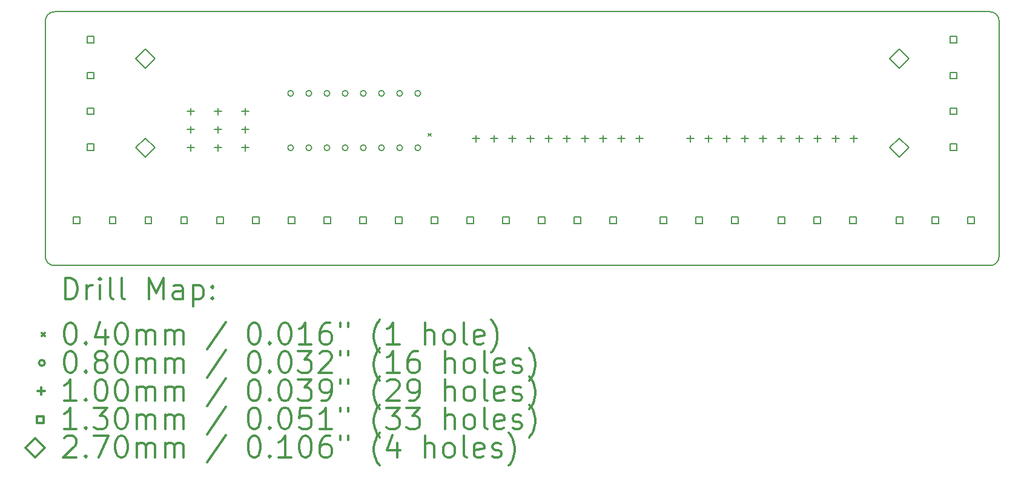
<source format=gbr>
%FSLAX45Y45*%
G04 Gerber Fmt 4.5, Leading zero omitted, Abs format (unit mm)*
G04 Created by KiCad (PCBNEW (5.0.1)-3) date 12/04/2019 12:40:24*
%MOMM*%
%LPD*%
G01*
G04 APERTURE LIST*
%ADD10C,0.150000*%
%ADD11C,0.200000*%
%ADD12C,0.300000*%
G04 APERTURE END LIST*
D10*
X8001000Y-14986000D02*
G75*
G02X7874000Y-14859000I0J127000D01*
G01*
X7874000Y-11557000D02*
G75*
G02X8001000Y-11430000I127000J0D01*
G01*
X21209000Y-14859000D02*
G75*
G02X21082000Y-14986000I-127000J0D01*
G01*
X21082000Y-11430000D02*
G75*
G02X21209000Y-11557000I0J-127000D01*
G01*
X7874000Y-11557000D02*
X7874000Y-14859000D01*
X21082000Y-11430000D02*
X8001000Y-11430000D01*
X21209000Y-14859000D02*
X21209000Y-11557000D01*
X8001000Y-14986000D02*
X21082000Y-14986000D01*
D11*
X13228120Y-13133140D02*
X13268120Y-13173140D01*
X13268120Y-13133140D02*
X13228120Y-13173140D01*
X11343005Y-12573000D02*
G75*
G03X11343005Y-12573000I-40005J0D01*
G01*
X11343005Y-13335000D02*
G75*
G03X11343005Y-13335000I-40005J0D01*
G01*
X11597005Y-12573000D02*
G75*
G03X11597005Y-12573000I-40005J0D01*
G01*
X11597005Y-13335000D02*
G75*
G03X11597005Y-13335000I-40005J0D01*
G01*
X11851005Y-12573000D02*
G75*
G03X11851005Y-12573000I-40005J0D01*
G01*
X11851005Y-13335000D02*
G75*
G03X11851005Y-13335000I-40005J0D01*
G01*
X12105005Y-12573000D02*
G75*
G03X12105005Y-12573000I-40005J0D01*
G01*
X12105005Y-13335000D02*
G75*
G03X12105005Y-13335000I-40005J0D01*
G01*
X12359005Y-12573000D02*
G75*
G03X12359005Y-12573000I-40005J0D01*
G01*
X12359005Y-13335000D02*
G75*
G03X12359005Y-13335000I-40005J0D01*
G01*
X12613005Y-12573000D02*
G75*
G03X12613005Y-12573000I-40005J0D01*
G01*
X12613005Y-13335000D02*
G75*
G03X12613005Y-13335000I-40005J0D01*
G01*
X12867005Y-12573000D02*
G75*
G03X12867005Y-12573000I-40005J0D01*
G01*
X12867005Y-13335000D02*
G75*
G03X12867005Y-13335000I-40005J0D01*
G01*
X13121005Y-12573000D02*
G75*
G03X13121005Y-12573000I-40005J0D01*
G01*
X13121005Y-13335000D02*
G75*
G03X13121005Y-13335000I-40005J0D01*
G01*
X16891000Y-13157962D02*
X16891000Y-13258038D01*
X16840962Y-13208000D02*
X16941038Y-13208000D01*
X17145000Y-13157962D02*
X17145000Y-13258038D01*
X17094962Y-13208000D02*
X17195038Y-13208000D01*
X17399000Y-13157962D02*
X17399000Y-13258038D01*
X17348962Y-13208000D02*
X17449038Y-13208000D01*
X17653000Y-13157962D02*
X17653000Y-13258038D01*
X17602962Y-13208000D02*
X17703038Y-13208000D01*
X17907000Y-13157962D02*
X17907000Y-13258038D01*
X17856962Y-13208000D02*
X17957038Y-13208000D01*
X18161000Y-13157962D02*
X18161000Y-13258038D01*
X18110962Y-13208000D02*
X18211038Y-13208000D01*
X18415000Y-13157962D02*
X18415000Y-13258038D01*
X18364962Y-13208000D02*
X18465038Y-13208000D01*
X18669000Y-13157962D02*
X18669000Y-13258038D01*
X18618962Y-13208000D02*
X18719038Y-13208000D01*
X18923000Y-13157962D02*
X18923000Y-13258038D01*
X18872962Y-13208000D02*
X18973038Y-13208000D01*
X19177000Y-13157962D02*
X19177000Y-13258038D01*
X19126962Y-13208000D02*
X19227038Y-13208000D01*
X13893800Y-13157962D02*
X13893800Y-13258038D01*
X13843762Y-13208000D02*
X13943838Y-13208000D01*
X14147800Y-13157962D02*
X14147800Y-13258038D01*
X14097762Y-13208000D02*
X14197838Y-13208000D01*
X14401800Y-13157962D02*
X14401800Y-13258038D01*
X14351762Y-13208000D02*
X14451838Y-13208000D01*
X14655800Y-13157962D02*
X14655800Y-13258038D01*
X14605762Y-13208000D02*
X14705838Y-13208000D01*
X14909800Y-13157962D02*
X14909800Y-13258038D01*
X14859762Y-13208000D02*
X14959838Y-13208000D01*
X15163800Y-13157962D02*
X15163800Y-13258038D01*
X15113762Y-13208000D02*
X15213838Y-13208000D01*
X15417800Y-13157962D02*
X15417800Y-13258038D01*
X15367762Y-13208000D02*
X15467838Y-13208000D01*
X15671800Y-13157962D02*
X15671800Y-13258038D01*
X15621762Y-13208000D02*
X15721838Y-13208000D01*
X15925800Y-13157962D02*
X15925800Y-13258038D01*
X15875762Y-13208000D02*
X15975838Y-13208000D01*
X16179800Y-13157962D02*
X16179800Y-13258038D01*
X16129762Y-13208000D02*
X16229838Y-13208000D01*
X9906000Y-12776962D02*
X9906000Y-12877038D01*
X9855962Y-12827000D02*
X9956038Y-12827000D01*
X9906000Y-13030962D02*
X9906000Y-13131038D01*
X9855962Y-13081000D02*
X9956038Y-13081000D01*
X9906000Y-13284962D02*
X9906000Y-13385038D01*
X9855962Y-13335000D02*
X9956038Y-13335000D01*
X10668000Y-12776962D02*
X10668000Y-12877038D01*
X10617962Y-12827000D02*
X10718038Y-12827000D01*
X10668000Y-13030962D02*
X10668000Y-13131038D01*
X10617962Y-13081000D02*
X10718038Y-13081000D01*
X10668000Y-13284962D02*
X10668000Y-13385038D01*
X10617962Y-13335000D02*
X10718038Y-13335000D01*
X10287000Y-12776962D02*
X10287000Y-12877038D01*
X10236962Y-12827000D02*
X10337038Y-12827000D01*
X10287000Y-13030962D02*
X10287000Y-13131038D01*
X10236962Y-13081000D02*
X10337038Y-13081000D01*
X10287000Y-13284962D02*
X10287000Y-13385038D01*
X10236962Y-13335000D02*
X10337038Y-13335000D01*
X8554962Y-11868962D02*
X8554962Y-11777038D01*
X8463038Y-11777038D01*
X8463038Y-11868962D01*
X8554962Y-11868962D01*
X8554962Y-12368962D02*
X8554962Y-12277038D01*
X8463038Y-12277038D01*
X8463038Y-12368962D01*
X8554962Y-12368962D01*
X8554962Y-12868962D02*
X8554962Y-12777038D01*
X8463038Y-12777038D01*
X8463038Y-12868962D01*
X8554962Y-12868962D01*
X8554962Y-13368962D02*
X8554962Y-13277038D01*
X8463038Y-13277038D01*
X8463038Y-13368962D01*
X8554962Y-13368962D01*
X18214962Y-14396962D02*
X18214962Y-14305038D01*
X18123038Y-14305038D01*
X18123038Y-14396962D01*
X18214962Y-14396962D01*
X18714962Y-14396962D02*
X18714962Y-14305038D01*
X18623038Y-14305038D01*
X18623038Y-14396962D01*
X18714962Y-14396962D01*
X19214962Y-14396962D02*
X19214962Y-14305038D01*
X19123038Y-14305038D01*
X19123038Y-14396962D01*
X19214962Y-14396962D01*
X8360962Y-14396962D02*
X8360962Y-14305038D01*
X8269038Y-14305038D01*
X8269038Y-14396962D01*
X8360962Y-14396962D01*
X8860962Y-14396962D02*
X8860962Y-14305038D01*
X8769038Y-14305038D01*
X8769038Y-14396962D01*
X8860962Y-14396962D01*
X9360962Y-14396962D02*
X9360962Y-14305038D01*
X9269038Y-14305038D01*
X9269038Y-14396962D01*
X9360962Y-14396962D01*
X9860962Y-14396962D02*
X9860962Y-14305038D01*
X9769038Y-14305038D01*
X9769038Y-14396962D01*
X9860962Y-14396962D01*
X10360962Y-14396962D02*
X10360962Y-14305038D01*
X10269038Y-14305038D01*
X10269038Y-14396962D01*
X10360962Y-14396962D01*
X10860962Y-14396962D02*
X10860962Y-14305038D01*
X10769038Y-14305038D01*
X10769038Y-14396962D01*
X10860962Y-14396962D01*
X11360962Y-14396962D02*
X11360962Y-14305038D01*
X11269038Y-14305038D01*
X11269038Y-14396962D01*
X11360962Y-14396962D01*
X11860962Y-14396962D02*
X11860962Y-14305038D01*
X11769038Y-14305038D01*
X11769038Y-14396962D01*
X11860962Y-14396962D01*
X12360962Y-14396962D02*
X12360962Y-14305038D01*
X12269038Y-14305038D01*
X12269038Y-14396962D01*
X12360962Y-14396962D01*
X12860962Y-14396962D02*
X12860962Y-14305038D01*
X12769038Y-14305038D01*
X12769038Y-14396962D01*
X12860962Y-14396962D01*
X13360962Y-14396962D02*
X13360962Y-14305038D01*
X13269038Y-14305038D01*
X13269038Y-14396962D01*
X13360962Y-14396962D01*
X13860962Y-14396962D02*
X13860962Y-14305038D01*
X13769038Y-14305038D01*
X13769038Y-14396962D01*
X13860962Y-14396962D01*
X14360962Y-14396962D02*
X14360962Y-14305038D01*
X14269038Y-14305038D01*
X14269038Y-14396962D01*
X14360962Y-14396962D01*
X14860962Y-14396962D02*
X14860962Y-14305038D01*
X14769038Y-14305038D01*
X14769038Y-14396962D01*
X14860962Y-14396962D01*
X15360962Y-14396962D02*
X15360962Y-14305038D01*
X15269038Y-14305038D01*
X15269038Y-14396962D01*
X15360962Y-14396962D01*
X15860962Y-14396962D02*
X15860962Y-14305038D01*
X15769038Y-14305038D01*
X15769038Y-14396962D01*
X15860962Y-14396962D01*
X20619962Y-11868962D02*
X20619962Y-11777038D01*
X20528038Y-11777038D01*
X20528038Y-11868962D01*
X20619962Y-11868962D01*
X20619962Y-12368962D02*
X20619962Y-12277038D01*
X20528038Y-12277038D01*
X20528038Y-12368962D01*
X20619962Y-12368962D01*
X20619962Y-12868962D02*
X20619962Y-12777038D01*
X20528038Y-12777038D01*
X20528038Y-12868962D01*
X20619962Y-12868962D01*
X20619962Y-13368962D02*
X20619962Y-13277038D01*
X20528038Y-13277038D01*
X20528038Y-13368962D01*
X20619962Y-13368962D01*
X19865962Y-14396962D02*
X19865962Y-14305038D01*
X19774038Y-14305038D01*
X19774038Y-14396962D01*
X19865962Y-14396962D01*
X20365962Y-14396962D02*
X20365962Y-14305038D01*
X20274038Y-14305038D01*
X20274038Y-14396962D01*
X20365962Y-14396962D01*
X20865962Y-14396962D02*
X20865962Y-14305038D01*
X20774038Y-14305038D01*
X20774038Y-14396962D01*
X20865962Y-14396962D01*
X16563962Y-14396962D02*
X16563962Y-14305038D01*
X16472038Y-14305038D01*
X16472038Y-14396962D01*
X16563962Y-14396962D01*
X17063962Y-14396962D02*
X17063962Y-14305038D01*
X16972038Y-14305038D01*
X16972038Y-14396962D01*
X17063962Y-14396962D01*
X17563962Y-14396962D02*
X17563962Y-14305038D01*
X17472038Y-14305038D01*
X17472038Y-14396962D01*
X17563962Y-14396962D01*
X19812000Y-12219050D02*
X19947000Y-12084050D01*
X19812000Y-11949050D01*
X19677000Y-12084050D01*
X19812000Y-12219050D01*
X19812000Y-13470000D02*
X19947000Y-13335000D01*
X19812000Y-13200000D01*
X19677000Y-13335000D01*
X19812000Y-13470000D01*
X9271000Y-12219050D02*
X9406000Y-12084050D01*
X9271000Y-11949050D01*
X9136000Y-12084050D01*
X9271000Y-12219050D01*
X9271000Y-13470000D02*
X9406000Y-13335000D01*
X9271000Y-13200000D01*
X9136000Y-13335000D01*
X9271000Y-13470000D01*
D12*
X8152928Y-15459214D02*
X8152928Y-15159214D01*
X8224357Y-15159214D01*
X8267214Y-15173500D01*
X8295786Y-15202071D01*
X8310071Y-15230643D01*
X8324357Y-15287786D01*
X8324357Y-15330643D01*
X8310071Y-15387786D01*
X8295786Y-15416357D01*
X8267214Y-15444929D01*
X8224357Y-15459214D01*
X8152928Y-15459214D01*
X8452928Y-15459214D02*
X8452928Y-15259214D01*
X8452928Y-15316357D02*
X8467214Y-15287786D01*
X8481500Y-15273500D01*
X8510071Y-15259214D01*
X8538643Y-15259214D01*
X8638643Y-15459214D02*
X8638643Y-15259214D01*
X8638643Y-15159214D02*
X8624357Y-15173500D01*
X8638643Y-15187786D01*
X8652928Y-15173500D01*
X8638643Y-15159214D01*
X8638643Y-15187786D01*
X8824357Y-15459214D02*
X8795786Y-15444929D01*
X8781500Y-15416357D01*
X8781500Y-15159214D01*
X8981500Y-15459214D02*
X8952928Y-15444929D01*
X8938643Y-15416357D01*
X8938643Y-15159214D01*
X9324357Y-15459214D02*
X9324357Y-15159214D01*
X9424357Y-15373500D01*
X9524357Y-15159214D01*
X9524357Y-15459214D01*
X9795786Y-15459214D02*
X9795786Y-15302071D01*
X9781500Y-15273500D01*
X9752928Y-15259214D01*
X9695786Y-15259214D01*
X9667214Y-15273500D01*
X9795786Y-15444929D02*
X9767214Y-15459214D01*
X9695786Y-15459214D01*
X9667214Y-15444929D01*
X9652928Y-15416357D01*
X9652928Y-15387786D01*
X9667214Y-15359214D01*
X9695786Y-15344929D01*
X9767214Y-15344929D01*
X9795786Y-15330643D01*
X9938643Y-15259214D02*
X9938643Y-15559214D01*
X9938643Y-15273500D02*
X9967214Y-15259214D01*
X10024357Y-15259214D01*
X10052928Y-15273500D01*
X10067214Y-15287786D01*
X10081500Y-15316357D01*
X10081500Y-15402071D01*
X10067214Y-15430643D01*
X10052928Y-15444929D01*
X10024357Y-15459214D01*
X9967214Y-15459214D01*
X9938643Y-15444929D01*
X10210071Y-15430643D02*
X10224357Y-15444929D01*
X10210071Y-15459214D01*
X10195786Y-15444929D01*
X10210071Y-15430643D01*
X10210071Y-15459214D01*
X10210071Y-15273500D02*
X10224357Y-15287786D01*
X10210071Y-15302071D01*
X10195786Y-15287786D01*
X10210071Y-15273500D01*
X10210071Y-15302071D01*
X7826500Y-15933500D02*
X7866500Y-15973500D01*
X7866500Y-15933500D02*
X7826500Y-15973500D01*
X8210071Y-15789214D02*
X8238643Y-15789214D01*
X8267214Y-15803500D01*
X8281500Y-15817786D01*
X8295786Y-15846357D01*
X8310071Y-15903500D01*
X8310071Y-15974929D01*
X8295786Y-16032071D01*
X8281500Y-16060643D01*
X8267214Y-16074929D01*
X8238643Y-16089214D01*
X8210071Y-16089214D01*
X8181500Y-16074929D01*
X8167214Y-16060643D01*
X8152928Y-16032071D01*
X8138643Y-15974929D01*
X8138643Y-15903500D01*
X8152928Y-15846357D01*
X8167214Y-15817786D01*
X8181500Y-15803500D01*
X8210071Y-15789214D01*
X8438643Y-16060643D02*
X8452928Y-16074929D01*
X8438643Y-16089214D01*
X8424357Y-16074929D01*
X8438643Y-16060643D01*
X8438643Y-16089214D01*
X8710071Y-15889214D02*
X8710071Y-16089214D01*
X8638643Y-15774929D02*
X8567214Y-15989214D01*
X8752928Y-15989214D01*
X8924357Y-15789214D02*
X8952928Y-15789214D01*
X8981500Y-15803500D01*
X8995786Y-15817786D01*
X9010071Y-15846357D01*
X9024357Y-15903500D01*
X9024357Y-15974929D01*
X9010071Y-16032071D01*
X8995786Y-16060643D01*
X8981500Y-16074929D01*
X8952928Y-16089214D01*
X8924357Y-16089214D01*
X8895786Y-16074929D01*
X8881500Y-16060643D01*
X8867214Y-16032071D01*
X8852928Y-15974929D01*
X8852928Y-15903500D01*
X8867214Y-15846357D01*
X8881500Y-15817786D01*
X8895786Y-15803500D01*
X8924357Y-15789214D01*
X9152928Y-16089214D02*
X9152928Y-15889214D01*
X9152928Y-15917786D02*
X9167214Y-15903500D01*
X9195786Y-15889214D01*
X9238643Y-15889214D01*
X9267214Y-15903500D01*
X9281500Y-15932071D01*
X9281500Y-16089214D01*
X9281500Y-15932071D02*
X9295786Y-15903500D01*
X9324357Y-15889214D01*
X9367214Y-15889214D01*
X9395786Y-15903500D01*
X9410071Y-15932071D01*
X9410071Y-16089214D01*
X9552928Y-16089214D02*
X9552928Y-15889214D01*
X9552928Y-15917786D02*
X9567214Y-15903500D01*
X9595786Y-15889214D01*
X9638643Y-15889214D01*
X9667214Y-15903500D01*
X9681500Y-15932071D01*
X9681500Y-16089214D01*
X9681500Y-15932071D02*
X9695786Y-15903500D01*
X9724357Y-15889214D01*
X9767214Y-15889214D01*
X9795786Y-15903500D01*
X9810071Y-15932071D01*
X9810071Y-16089214D01*
X10395786Y-15774929D02*
X10138643Y-16160643D01*
X10781500Y-15789214D02*
X10810071Y-15789214D01*
X10838643Y-15803500D01*
X10852928Y-15817786D01*
X10867214Y-15846357D01*
X10881500Y-15903500D01*
X10881500Y-15974929D01*
X10867214Y-16032071D01*
X10852928Y-16060643D01*
X10838643Y-16074929D01*
X10810071Y-16089214D01*
X10781500Y-16089214D01*
X10752928Y-16074929D01*
X10738643Y-16060643D01*
X10724357Y-16032071D01*
X10710071Y-15974929D01*
X10710071Y-15903500D01*
X10724357Y-15846357D01*
X10738643Y-15817786D01*
X10752928Y-15803500D01*
X10781500Y-15789214D01*
X11010071Y-16060643D02*
X11024357Y-16074929D01*
X11010071Y-16089214D01*
X10995786Y-16074929D01*
X11010071Y-16060643D01*
X11010071Y-16089214D01*
X11210071Y-15789214D02*
X11238643Y-15789214D01*
X11267214Y-15803500D01*
X11281500Y-15817786D01*
X11295786Y-15846357D01*
X11310071Y-15903500D01*
X11310071Y-15974929D01*
X11295786Y-16032071D01*
X11281500Y-16060643D01*
X11267214Y-16074929D01*
X11238643Y-16089214D01*
X11210071Y-16089214D01*
X11181500Y-16074929D01*
X11167214Y-16060643D01*
X11152928Y-16032071D01*
X11138643Y-15974929D01*
X11138643Y-15903500D01*
X11152928Y-15846357D01*
X11167214Y-15817786D01*
X11181500Y-15803500D01*
X11210071Y-15789214D01*
X11595786Y-16089214D02*
X11424357Y-16089214D01*
X11510071Y-16089214D02*
X11510071Y-15789214D01*
X11481500Y-15832071D01*
X11452928Y-15860643D01*
X11424357Y-15874929D01*
X11852928Y-15789214D02*
X11795786Y-15789214D01*
X11767214Y-15803500D01*
X11752928Y-15817786D01*
X11724357Y-15860643D01*
X11710071Y-15917786D01*
X11710071Y-16032071D01*
X11724357Y-16060643D01*
X11738643Y-16074929D01*
X11767214Y-16089214D01*
X11824357Y-16089214D01*
X11852928Y-16074929D01*
X11867214Y-16060643D01*
X11881500Y-16032071D01*
X11881500Y-15960643D01*
X11867214Y-15932071D01*
X11852928Y-15917786D01*
X11824357Y-15903500D01*
X11767214Y-15903500D01*
X11738643Y-15917786D01*
X11724357Y-15932071D01*
X11710071Y-15960643D01*
X11995786Y-15789214D02*
X11995786Y-15846357D01*
X12110071Y-15789214D02*
X12110071Y-15846357D01*
X12552928Y-16203500D02*
X12538643Y-16189214D01*
X12510071Y-16146357D01*
X12495786Y-16117786D01*
X12481500Y-16074929D01*
X12467214Y-16003500D01*
X12467214Y-15946357D01*
X12481500Y-15874929D01*
X12495786Y-15832071D01*
X12510071Y-15803500D01*
X12538643Y-15760643D01*
X12552928Y-15746357D01*
X12824357Y-16089214D02*
X12652928Y-16089214D01*
X12738643Y-16089214D02*
X12738643Y-15789214D01*
X12710071Y-15832071D01*
X12681500Y-15860643D01*
X12652928Y-15874929D01*
X13181500Y-16089214D02*
X13181500Y-15789214D01*
X13310071Y-16089214D02*
X13310071Y-15932071D01*
X13295786Y-15903500D01*
X13267214Y-15889214D01*
X13224357Y-15889214D01*
X13195786Y-15903500D01*
X13181500Y-15917786D01*
X13495786Y-16089214D02*
X13467214Y-16074929D01*
X13452928Y-16060643D01*
X13438643Y-16032071D01*
X13438643Y-15946357D01*
X13452928Y-15917786D01*
X13467214Y-15903500D01*
X13495786Y-15889214D01*
X13538643Y-15889214D01*
X13567214Y-15903500D01*
X13581500Y-15917786D01*
X13595786Y-15946357D01*
X13595786Y-16032071D01*
X13581500Y-16060643D01*
X13567214Y-16074929D01*
X13538643Y-16089214D01*
X13495786Y-16089214D01*
X13767214Y-16089214D02*
X13738643Y-16074929D01*
X13724357Y-16046357D01*
X13724357Y-15789214D01*
X13995786Y-16074929D02*
X13967214Y-16089214D01*
X13910071Y-16089214D01*
X13881500Y-16074929D01*
X13867214Y-16046357D01*
X13867214Y-15932071D01*
X13881500Y-15903500D01*
X13910071Y-15889214D01*
X13967214Y-15889214D01*
X13995786Y-15903500D01*
X14010071Y-15932071D01*
X14010071Y-15960643D01*
X13867214Y-15989214D01*
X14110071Y-16203500D02*
X14124357Y-16189214D01*
X14152928Y-16146357D01*
X14167214Y-16117786D01*
X14181500Y-16074929D01*
X14195786Y-16003500D01*
X14195786Y-15946357D01*
X14181500Y-15874929D01*
X14167214Y-15832071D01*
X14152928Y-15803500D01*
X14124357Y-15760643D01*
X14110071Y-15746357D01*
X7866500Y-16349500D02*
G75*
G03X7866500Y-16349500I-40005J0D01*
G01*
X8210071Y-16185214D02*
X8238643Y-16185214D01*
X8267214Y-16199500D01*
X8281500Y-16213786D01*
X8295786Y-16242357D01*
X8310071Y-16299500D01*
X8310071Y-16370929D01*
X8295786Y-16428071D01*
X8281500Y-16456643D01*
X8267214Y-16470929D01*
X8238643Y-16485214D01*
X8210071Y-16485214D01*
X8181500Y-16470929D01*
X8167214Y-16456643D01*
X8152928Y-16428071D01*
X8138643Y-16370929D01*
X8138643Y-16299500D01*
X8152928Y-16242357D01*
X8167214Y-16213786D01*
X8181500Y-16199500D01*
X8210071Y-16185214D01*
X8438643Y-16456643D02*
X8452928Y-16470929D01*
X8438643Y-16485214D01*
X8424357Y-16470929D01*
X8438643Y-16456643D01*
X8438643Y-16485214D01*
X8624357Y-16313786D02*
X8595786Y-16299500D01*
X8581500Y-16285214D01*
X8567214Y-16256643D01*
X8567214Y-16242357D01*
X8581500Y-16213786D01*
X8595786Y-16199500D01*
X8624357Y-16185214D01*
X8681500Y-16185214D01*
X8710071Y-16199500D01*
X8724357Y-16213786D01*
X8738643Y-16242357D01*
X8738643Y-16256643D01*
X8724357Y-16285214D01*
X8710071Y-16299500D01*
X8681500Y-16313786D01*
X8624357Y-16313786D01*
X8595786Y-16328071D01*
X8581500Y-16342357D01*
X8567214Y-16370929D01*
X8567214Y-16428071D01*
X8581500Y-16456643D01*
X8595786Y-16470929D01*
X8624357Y-16485214D01*
X8681500Y-16485214D01*
X8710071Y-16470929D01*
X8724357Y-16456643D01*
X8738643Y-16428071D01*
X8738643Y-16370929D01*
X8724357Y-16342357D01*
X8710071Y-16328071D01*
X8681500Y-16313786D01*
X8924357Y-16185214D02*
X8952928Y-16185214D01*
X8981500Y-16199500D01*
X8995786Y-16213786D01*
X9010071Y-16242357D01*
X9024357Y-16299500D01*
X9024357Y-16370929D01*
X9010071Y-16428071D01*
X8995786Y-16456643D01*
X8981500Y-16470929D01*
X8952928Y-16485214D01*
X8924357Y-16485214D01*
X8895786Y-16470929D01*
X8881500Y-16456643D01*
X8867214Y-16428071D01*
X8852928Y-16370929D01*
X8852928Y-16299500D01*
X8867214Y-16242357D01*
X8881500Y-16213786D01*
X8895786Y-16199500D01*
X8924357Y-16185214D01*
X9152928Y-16485214D02*
X9152928Y-16285214D01*
X9152928Y-16313786D02*
X9167214Y-16299500D01*
X9195786Y-16285214D01*
X9238643Y-16285214D01*
X9267214Y-16299500D01*
X9281500Y-16328071D01*
X9281500Y-16485214D01*
X9281500Y-16328071D02*
X9295786Y-16299500D01*
X9324357Y-16285214D01*
X9367214Y-16285214D01*
X9395786Y-16299500D01*
X9410071Y-16328071D01*
X9410071Y-16485214D01*
X9552928Y-16485214D02*
X9552928Y-16285214D01*
X9552928Y-16313786D02*
X9567214Y-16299500D01*
X9595786Y-16285214D01*
X9638643Y-16285214D01*
X9667214Y-16299500D01*
X9681500Y-16328071D01*
X9681500Y-16485214D01*
X9681500Y-16328071D02*
X9695786Y-16299500D01*
X9724357Y-16285214D01*
X9767214Y-16285214D01*
X9795786Y-16299500D01*
X9810071Y-16328071D01*
X9810071Y-16485214D01*
X10395786Y-16170929D02*
X10138643Y-16556643D01*
X10781500Y-16185214D02*
X10810071Y-16185214D01*
X10838643Y-16199500D01*
X10852928Y-16213786D01*
X10867214Y-16242357D01*
X10881500Y-16299500D01*
X10881500Y-16370929D01*
X10867214Y-16428071D01*
X10852928Y-16456643D01*
X10838643Y-16470929D01*
X10810071Y-16485214D01*
X10781500Y-16485214D01*
X10752928Y-16470929D01*
X10738643Y-16456643D01*
X10724357Y-16428071D01*
X10710071Y-16370929D01*
X10710071Y-16299500D01*
X10724357Y-16242357D01*
X10738643Y-16213786D01*
X10752928Y-16199500D01*
X10781500Y-16185214D01*
X11010071Y-16456643D02*
X11024357Y-16470929D01*
X11010071Y-16485214D01*
X10995786Y-16470929D01*
X11010071Y-16456643D01*
X11010071Y-16485214D01*
X11210071Y-16185214D02*
X11238643Y-16185214D01*
X11267214Y-16199500D01*
X11281500Y-16213786D01*
X11295786Y-16242357D01*
X11310071Y-16299500D01*
X11310071Y-16370929D01*
X11295786Y-16428071D01*
X11281500Y-16456643D01*
X11267214Y-16470929D01*
X11238643Y-16485214D01*
X11210071Y-16485214D01*
X11181500Y-16470929D01*
X11167214Y-16456643D01*
X11152928Y-16428071D01*
X11138643Y-16370929D01*
X11138643Y-16299500D01*
X11152928Y-16242357D01*
X11167214Y-16213786D01*
X11181500Y-16199500D01*
X11210071Y-16185214D01*
X11410071Y-16185214D02*
X11595786Y-16185214D01*
X11495786Y-16299500D01*
X11538643Y-16299500D01*
X11567214Y-16313786D01*
X11581500Y-16328071D01*
X11595786Y-16356643D01*
X11595786Y-16428071D01*
X11581500Y-16456643D01*
X11567214Y-16470929D01*
X11538643Y-16485214D01*
X11452928Y-16485214D01*
X11424357Y-16470929D01*
X11410071Y-16456643D01*
X11710071Y-16213786D02*
X11724357Y-16199500D01*
X11752928Y-16185214D01*
X11824357Y-16185214D01*
X11852928Y-16199500D01*
X11867214Y-16213786D01*
X11881500Y-16242357D01*
X11881500Y-16270929D01*
X11867214Y-16313786D01*
X11695786Y-16485214D01*
X11881500Y-16485214D01*
X11995786Y-16185214D02*
X11995786Y-16242357D01*
X12110071Y-16185214D02*
X12110071Y-16242357D01*
X12552928Y-16599500D02*
X12538643Y-16585214D01*
X12510071Y-16542357D01*
X12495786Y-16513786D01*
X12481500Y-16470929D01*
X12467214Y-16399500D01*
X12467214Y-16342357D01*
X12481500Y-16270929D01*
X12495786Y-16228071D01*
X12510071Y-16199500D01*
X12538643Y-16156643D01*
X12552928Y-16142357D01*
X12824357Y-16485214D02*
X12652928Y-16485214D01*
X12738643Y-16485214D02*
X12738643Y-16185214D01*
X12710071Y-16228071D01*
X12681500Y-16256643D01*
X12652928Y-16270929D01*
X13081500Y-16185214D02*
X13024357Y-16185214D01*
X12995786Y-16199500D01*
X12981500Y-16213786D01*
X12952928Y-16256643D01*
X12938643Y-16313786D01*
X12938643Y-16428071D01*
X12952928Y-16456643D01*
X12967214Y-16470929D01*
X12995786Y-16485214D01*
X13052928Y-16485214D01*
X13081500Y-16470929D01*
X13095786Y-16456643D01*
X13110071Y-16428071D01*
X13110071Y-16356643D01*
X13095786Y-16328071D01*
X13081500Y-16313786D01*
X13052928Y-16299500D01*
X12995786Y-16299500D01*
X12967214Y-16313786D01*
X12952928Y-16328071D01*
X12938643Y-16356643D01*
X13467214Y-16485214D02*
X13467214Y-16185214D01*
X13595786Y-16485214D02*
X13595786Y-16328071D01*
X13581500Y-16299500D01*
X13552928Y-16285214D01*
X13510071Y-16285214D01*
X13481500Y-16299500D01*
X13467214Y-16313786D01*
X13781500Y-16485214D02*
X13752928Y-16470929D01*
X13738643Y-16456643D01*
X13724357Y-16428071D01*
X13724357Y-16342357D01*
X13738643Y-16313786D01*
X13752928Y-16299500D01*
X13781500Y-16285214D01*
X13824357Y-16285214D01*
X13852928Y-16299500D01*
X13867214Y-16313786D01*
X13881500Y-16342357D01*
X13881500Y-16428071D01*
X13867214Y-16456643D01*
X13852928Y-16470929D01*
X13824357Y-16485214D01*
X13781500Y-16485214D01*
X14052928Y-16485214D02*
X14024357Y-16470929D01*
X14010071Y-16442357D01*
X14010071Y-16185214D01*
X14281500Y-16470929D02*
X14252928Y-16485214D01*
X14195786Y-16485214D01*
X14167214Y-16470929D01*
X14152928Y-16442357D01*
X14152928Y-16328071D01*
X14167214Y-16299500D01*
X14195786Y-16285214D01*
X14252928Y-16285214D01*
X14281500Y-16299500D01*
X14295786Y-16328071D01*
X14295786Y-16356643D01*
X14152928Y-16385214D01*
X14410071Y-16470929D02*
X14438643Y-16485214D01*
X14495786Y-16485214D01*
X14524357Y-16470929D01*
X14538643Y-16442357D01*
X14538643Y-16428071D01*
X14524357Y-16399500D01*
X14495786Y-16385214D01*
X14452928Y-16385214D01*
X14424357Y-16370929D01*
X14410071Y-16342357D01*
X14410071Y-16328071D01*
X14424357Y-16299500D01*
X14452928Y-16285214D01*
X14495786Y-16285214D01*
X14524357Y-16299500D01*
X14638643Y-16599500D02*
X14652928Y-16585214D01*
X14681500Y-16542357D01*
X14695786Y-16513786D01*
X14710071Y-16470929D01*
X14724357Y-16399500D01*
X14724357Y-16342357D01*
X14710071Y-16270929D01*
X14695786Y-16228071D01*
X14681500Y-16199500D01*
X14652928Y-16156643D01*
X14638643Y-16142357D01*
X7816462Y-16695462D02*
X7816462Y-16795538D01*
X7766424Y-16745500D02*
X7866500Y-16745500D01*
X8310071Y-16881214D02*
X8138643Y-16881214D01*
X8224357Y-16881214D02*
X8224357Y-16581214D01*
X8195786Y-16624071D01*
X8167214Y-16652643D01*
X8138643Y-16666929D01*
X8438643Y-16852643D02*
X8452928Y-16866929D01*
X8438643Y-16881214D01*
X8424357Y-16866929D01*
X8438643Y-16852643D01*
X8438643Y-16881214D01*
X8638643Y-16581214D02*
X8667214Y-16581214D01*
X8695786Y-16595500D01*
X8710071Y-16609786D01*
X8724357Y-16638357D01*
X8738643Y-16695500D01*
X8738643Y-16766929D01*
X8724357Y-16824072D01*
X8710071Y-16852643D01*
X8695786Y-16866929D01*
X8667214Y-16881214D01*
X8638643Y-16881214D01*
X8610071Y-16866929D01*
X8595786Y-16852643D01*
X8581500Y-16824072D01*
X8567214Y-16766929D01*
X8567214Y-16695500D01*
X8581500Y-16638357D01*
X8595786Y-16609786D01*
X8610071Y-16595500D01*
X8638643Y-16581214D01*
X8924357Y-16581214D02*
X8952928Y-16581214D01*
X8981500Y-16595500D01*
X8995786Y-16609786D01*
X9010071Y-16638357D01*
X9024357Y-16695500D01*
X9024357Y-16766929D01*
X9010071Y-16824072D01*
X8995786Y-16852643D01*
X8981500Y-16866929D01*
X8952928Y-16881214D01*
X8924357Y-16881214D01*
X8895786Y-16866929D01*
X8881500Y-16852643D01*
X8867214Y-16824072D01*
X8852928Y-16766929D01*
X8852928Y-16695500D01*
X8867214Y-16638357D01*
X8881500Y-16609786D01*
X8895786Y-16595500D01*
X8924357Y-16581214D01*
X9152928Y-16881214D02*
X9152928Y-16681214D01*
X9152928Y-16709786D02*
X9167214Y-16695500D01*
X9195786Y-16681214D01*
X9238643Y-16681214D01*
X9267214Y-16695500D01*
X9281500Y-16724071D01*
X9281500Y-16881214D01*
X9281500Y-16724071D02*
X9295786Y-16695500D01*
X9324357Y-16681214D01*
X9367214Y-16681214D01*
X9395786Y-16695500D01*
X9410071Y-16724071D01*
X9410071Y-16881214D01*
X9552928Y-16881214D02*
X9552928Y-16681214D01*
X9552928Y-16709786D02*
X9567214Y-16695500D01*
X9595786Y-16681214D01*
X9638643Y-16681214D01*
X9667214Y-16695500D01*
X9681500Y-16724071D01*
X9681500Y-16881214D01*
X9681500Y-16724071D02*
X9695786Y-16695500D01*
X9724357Y-16681214D01*
X9767214Y-16681214D01*
X9795786Y-16695500D01*
X9810071Y-16724071D01*
X9810071Y-16881214D01*
X10395786Y-16566929D02*
X10138643Y-16952643D01*
X10781500Y-16581214D02*
X10810071Y-16581214D01*
X10838643Y-16595500D01*
X10852928Y-16609786D01*
X10867214Y-16638357D01*
X10881500Y-16695500D01*
X10881500Y-16766929D01*
X10867214Y-16824072D01*
X10852928Y-16852643D01*
X10838643Y-16866929D01*
X10810071Y-16881214D01*
X10781500Y-16881214D01*
X10752928Y-16866929D01*
X10738643Y-16852643D01*
X10724357Y-16824072D01*
X10710071Y-16766929D01*
X10710071Y-16695500D01*
X10724357Y-16638357D01*
X10738643Y-16609786D01*
X10752928Y-16595500D01*
X10781500Y-16581214D01*
X11010071Y-16852643D02*
X11024357Y-16866929D01*
X11010071Y-16881214D01*
X10995786Y-16866929D01*
X11010071Y-16852643D01*
X11010071Y-16881214D01*
X11210071Y-16581214D02*
X11238643Y-16581214D01*
X11267214Y-16595500D01*
X11281500Y-16609786D01*
X11295786Y-16638357D01*
X11310071Y-16695500D01*
X11310071Y-16766929D01*
X11295786Y-16824072D01*
X11281500Y-16852643D01*
X11267214Y-16866929D01*
X11238643Y-16881214D01*
X11210071Y-16881214D01*
X11181500Y-16866929D01*
X11167214Y-16852643D01*
X11152928Y-16824072D01*
X11138643Y-16766929D01*
X11138643Y-16695500D01*
X11152928Y-16638357D01*
X11167214Y-16609786D01*
X11181500Y-16595500D01*
X11210071Y-16581214D01*
X11410071Y-16581214D02*
X11595786Y-16581214D01*
X11495786Y-16695500D01*
X11538643Y-16695500D01*
X11567214Y-16709786D01*
X11581500Y-16724071D01*
X11595786Y-16752643D01*
X11595786Y-16824072D01*
X11581500Y-16852643D01*
X11567214Y-16866929D01*
X11538643Y-16881214D01*
X11452928Y-16881214D01*
X11424357Y-16866929D01*
X11410071Y-16852643D01*
X11738643Y-16881214D02*
X11795786Y-16881214D01*
X11824357Y-16866929D01*
X11838643Y-16852643D01*
X11867214Y-16809786D01*
X11881500Y-16752643D01*
X11881500Y-16638357D01*
X11867214Y-16609786D01*
X11852928Y-16595500D01*
X11824357Y-16581214D01*
X11767214Y-16581214D01*
X11738643Y-16595500D01*
X11724357Y-16609786D01*
X11710071Y-16638357D01*
X11710071Y-16709786D01*
X11724357Y-16738357D01*
X11738643Y-16752643D01*
X11767214Y-16766929D01*
X11824357Y-16766929D01*
X11852928Y-16752643D01*
X11867214Y-16738357D01*
X11881500Y-16709786D01*
X11995786Y-16581214D02*
X11995786Y-16638357D01*
X12110071Y-16581214D02*
X12110071Y-16638357D01*
X12552928Y-16995500D02*
X12538643Y-16981214D01*
X12510071Y-16938357D01*
X12495786Y-16909786D01*
X12481500Y-16866929D01*
X12467214Y-16795500D01*
X12467214Y-16738357D01*
X12481500Y-16666929D01*
X12495786Y-16624071D01*
X12510071Y-16595500D01*
X12538643Y-16552643D01*
X12552928Y-16538357D01*
X12652928Y-16609786D02*
X12667214Y-16595500D01*
X12695786Y-16581214D01*
X12767214Y-16581214D01*
X12795786Y-16595500D01*
X12810071Y-16609786D01*
X12824357Y-16638357D01*
X12824357Y-16666929D01*
X12810071Y-16709786D01*
X12638643Y-16881214D01*
X12824357Y-16881214D01*
X12967214Y-16881214D02*
X13024357Y-16881214D01*
X13052928Y-16866929D01*
X13067214Y-16852643D01*
X13095786Y-16809786D01*
X13110071Y-16752643D01*
X13110071Y-16638357D01*
X13095786Y-16609786D01*
X13081500Y-16595500D01*
X13052928Y-16581214D01*
X12995786Y-16581214D01*
X12967214Y-16595500D01*
X12952928Y-16609786D01*
X12938643Y-16638357D01*
X12938643Y-16709786D01*
X12952928Y-16738357D01*
X12967214Y-16752643D01*
X12995786Y-16766929D01*
X13052928Y-16766929D01*
X13081500Y-16752643D01*
X13095786Y-16738357D01*
X13110071Y-16709786D01*
X13467214Y-16881214D02*
X13467214Y-16581214D01*
X13595786Y-16881214D02*
X13595786Y-16724071D01*
X13581500Y-16695500D01*
X13552928Y-16681214D01*
X13510071Y-16681214D01*
X13481500Y-16695500D01*
X13467214Y-16709786D01*
X13781500Y-16881214D02*
X13752928Y-16866929D01*
X13738643Y-16852643D01*
X13724357Y-16824072D01*
X13724357Y-16738357D01*
X13738643Y-16709786D01*
X13752928Y-16695500D01*
X13781500Y-16681214D01*
X13824357Y-16681214D01*
X13852928Y-16695500D01*
X13867214Y-16709786D01*
X13881500Y-16738357D01*
X13881500Y-16824072D01*
X13867214Y-16852643D01*
X13852928Y-16866929D01*
X13824357Y-16881214D01*
X13781500Y-16881214D01*
X14052928Y-16881214D02*
X14024357Y-16866929D01*
X14010071Y-16838357D01*
X14010071Y-16581214D01*
X14281500Y-16866929D02*
X14252928Y-16881214D01*
X14195786Y-16881214D01*
X14167214Y-16866929D01*
X14152928Y-16838357D01*
X14152928Y-16724071D01*
X14167214Y-16695500D01*
X14195786Y-16681214D01*
X14252928Y-16681214D01*
X14281500Y-16695500D01*
X14295786Y-16724071D01*
X14295786Y-16752643D01*
X14152928Y-16781214D01*
X14410071Y-16866929D02*
X14438643Y-16881214D01*
X14495786Y-16881214D01*
X14524357Y-16866929D01*
X14538643Y-16838357D01*
X14538643Y-16824072D01*
X14524357Y-16795500D01*
X14495786Y-16781214D01*
X14452928Y-16781214D01*
X14424357Y-16766929D01*
X14410071Y-16738357D01*
X14410071Y-16724071D01*
X14424357Y-16695500D01*
X14452928Y-16681214D01*
X14495786Y-16681214D01*
X14524357Y-16695500D01*
X14638643Y-16995500D02*
X14652928Y-16981214D01*
X14681500Y-16938357D01*
X14695786Y-16909786D01*
X14710071Y-16866929D01*
X14724357Y-16795500D01*
X14724357Y-16738357D01*
X14710071Y-16666929D01*
X14695786Y-16624071D01*
X14681500Y-16595500D01*
X14652928Y-16552643D01*
X14638643Y-16538357D01*
X7847462Y-17187463D02*
X7847462Y-17095538D01*
X7755537Y-17095538D01*
X7755537Y-17187463D01*
X7847462Y-17187463D01*
X8310071Y-17277214D02*
X8138643Y-17277214D01*
X8224357Y-17277214D02*
X8224357Y-16977214D01*
X8195786Y-17020072D01*
X8167214Y-17048643D01*
X8138643Y-17062929D01*
X8438643Y-17248643D02*
X8452928Y-17262929D01*
X8438643Y-17277214D01*
X8424357Y-17262929D01*
X8438643Y-17248643D01*
X8438643Y-17277214D01*
X8552928Y-16977214D02*
X8738643Y-16977214D01*
X8638643Y-17091500D01*
X8681500Y-17091500D01*
X8710071Y-17105786D01*
X8724357Y-17120072D01*
X8738643Y-17148643D01*
X8738643Y-17220072D01*
X8724357Y-17248643D01*
X8710071Y-17262929D01*
X8681500Y-17277214D01*
X8595786Y-17277214D01*
X8567214Y-17262929D01*
X8552928Y-17248643D01*
X8924357Y-16977214D02*
X8952928Y-16977214D01*
X8981500Y-16991500D01*
X8995786Y-17005786D01*
X9010071Y-17034357D01*
X9024357Y-17091500D01*
X9024357Y-17162929D01*
X9010071Y-17220072D01*
X8995786Y-17248643D01*
X8981500Y-17262929D01*
X8952928Y-17277214D01*
X8924357Y-17277214D01*
X8895786Y-17262929D01*
X8881500Y-17248643D01*
X8867214Y-17220072D01*
X8852928Y-17162929D01*
X8852928Y-17091500D01*
X8867214Y-17034357D01*
X8881500Y-17005786D01*
X8895786Y-16991500D01*
X8924357Y-16977214D01*
X9152928Y-17277214D02*
X9152928Y-17077214D01*
X9152928Y-17105786D02*
X9167214Y-17091500D01*
X9195786Y-17077214D01*
X9238643Y-17077214D01*
X9267214Y-17091500D01*
X9281500Y-17120072D01*
X9281500Y-17277214D01*
X9281500Y-17120072D02*
X9295786Y-17091500D01*
X9324357Y-17077214D01*
X9367214Y-17077214D01*
X9395786Y-17091500D01*
X9410071Y-17120072D01*
X9410071Y-17277214D01*
X9552928Y-17277214D02*
X9552928Y-17077214D01*
X9552928Y-17105786D02*
X9567214Y-17091500D01*
X9595786Y-17077214D01*
X9638643Y-17077214D01*
X9667214Y-17091500D01*
X9681500Y-17120072D01*
X9681500Y-17277214D01*
X9681500Y-17120072D02*
X9695786Y-17091500D01*
X9724357Y-17077214D01*
X9767214Y-17077214D01*
X9795786Y-17091500D01*
X9810071Y-17120072D01*
X9810071Y-17277214D01*
X10395786Y-16962929D02*
X10138643Y-17348643D01*
X10781500Y-16977214D02*
X10810071Y-16977214D01*
X10838643Y-16991500D01*
X10852928Y-17005786D01*
X10867214Y-17034357D01*
X10881500Y-17091500D01*
X10881500Y-17162929D01*
X10867214Y-17220072D01*
X10852928Y-17248643D01*
X10838643Y-17262929D01*
X10810071Y-17277214D01*
X10781500Y-17277214D01*
X10752928Y-17262929D01*
X10738643Y-17248643D01*
X10724357Y-17220072D01*
X10710071Y-17162929D01*
X10710071Y-17091500D01*
X10724357Y-17034357D01*
X10738643Y-17005786D01*
X10752928Y-16991500D01*
X10781500Y-16977214D01*
X11010071Y-17248643D02*
X11024357Y-17262929D01*
X11010071Y-17277214D01*
X10995786Y-17262929D01*
X11010071Y-17248643D01*
X11010071Y-17277214D01*
X11210071Y-16977214D02*
X11238643Y-16977214D01*
X11267214Y-16991500D01*
X11281500Y-17005786D01*
X11295786Y-17034357D01*
X11310071Y-17091500D01*
X11310071Y-17162929D01*
X11295786Y-17220072D01*
X11281500Y-17248643D01*
X11267214Y-17262929D01*
X11238643Y-17277214D01*
X11210071Y-17277214D01*
X11181500Y-17262929D01*
X11167214Y-17248643D01*
X11152928Y-17220072D01*
X11138643Y-17162929D01*
X11138643Y-17091500D01*
X11152928Y-17034357D01*
X11167214Y-17005786D01*
X11181500Y-16991500D01*
X11210071Y-16977214D01*
X11581500Y-16977214D02*
X11438643Y-16977214D01*
X11424357Y-17120072D01*
X11438643Y-17105786D01*
X11467214Y-17091500D01*
X11538643Y-17091500D01*
X11567214Y-17105786D01*
X11581500Y-17120072D01*
X11595786Y-17148643D01*
X11595786Y-17220072D01*
X11581500Y-17248643D01*
X11567214Y-17262929D01*
X11538643Y-17277214D01*
X11467214Y-17277214D01*
X11438643Y-17262929D01*
X11424357Y-17248643D01*
X11881500Y-17277214D02*
X11710071Y-17277214D01*
X11795786Y-17277214D02*
X11795786Y-16977214D01*
X11767214Y-17020072D01*
X11738643Y-17048643D01*
X11710071Y-17062929D01*
X11995786Y-16977214D02*
X11995786Y-17034357D01*
X12110071Y-16977214D02*
X12110071Y-17034357D01*
X12552928Y-17391500D02*
X12538643Y-17377214D01*
X12510071Y-17334357D01*
X12495786Y-17305786D01*
X12481500Y-17262929D01*
X12467214Y-17191500D01*
X12467214Y-17134357D01*
X12481500Y-17062929D01*
X12495786Y-17020072D01*
X12510071Y-16991500D01*
X12538643Y-16948643D01*
X12552928Y-16934357D01*
X12638643Y-16977214D02*
X12824357Y-16977214D01*
X12724357Y-17091500D01*
X12767214Y-17091500D01*
X12795786Y-17105786D01*
X12810071Y-17120072D01*
X12824357Y-17148643D01*
X12824357Y-17220072D01*
X12810071Y-17248643D01*
X12795786Y-17262929D01*
X12767214Y-17277214D01*
X12681500Y-17277214D01*
X12652928Y-17262929D01*
X12638643Y-17248643D01*
X12924357Y-16977214D02*
X13110071Y-16977214D01*
X13010071Y-17091500D01*
X13052928Y-17091500D01*
X13081500Y-17105786D01*
X13095786Y-17120072D01*
X13110071Y-17148643D01*
X13110071Y-17220072D01*
X13095786Y-17248643D01*
X13081500Y-17262929D01*
X13052928Y-17277214D01*
X12967214Y-17277214D01*
X12938643Y-17262929D01*
X12924357Y-17248643D01*
X13467214Y-17277214D02*
X13467214Y-16977214D01*
X13595786Y-17277214D02*
X13595786Y-17120072D01*
X13581500Y-17091500D01*
X13552928Y-17077214D01*
X13510071Y-17077214D01*
X13481500Y-17091500D01*
X13467214Y-17105786D01*
X13781500Y-17277214D02*
X13752928Y-17262929D01*
X13738643Y-17248643D01*
X13724357Y-17220072D01*
X13724357Y-17134357D01*
X13738643Y-17105786D01*
X13752928Y-17091500D01*
X13781500Y-17077214D01*
X13824357Y-17077214D01*
X13852928Y-17091500D01*
X13867214Y-17105786D01*
X13881500Y-17134357D01*
X13881500Y-17220072D01*
X13867214Y-17248643D01*
X13852928Y-17262929D01*
X13824357Y-17277214D01*
X13781500Y-17277214D01*
X14052928Y-17277214D02*
X14024357Y-17262929D01*
X14010071Y-17234357D01*
X14010071Y-16977214D01*
X14281500Y-17262929D02*
X14252928Y-17277214D01*
X14195786Y-17277214D01*
X14167214Y-17262929D01*
X14152928Y-17234357D01*
X14152928Y-17120072D01*
X14167214Y-17091500D01*
X14195786Y-17077214D01*
X14252928Y-17077214D01*
X14281500Y-17091500D01*
X14295786Y-17120072D01*
X14295786Y-17148643D01*
X14152928Y-17177214D01*
X14410071Y-17262929D02*
X14438643Y-17277214D01*
X14495786Y-17277214D01*
X14524357Y-17262929D01*
X14538643Y-17234357D01*
X14538643Y-17220072D01*
X14524357Y-17191500D01*
X14495786Y-17177214D01*
X14452928Y-17177214D01*
X14424357Y-17162929D01*
X14410071Y-17134357D01*
X14410071Y-17120072D01*
X14424357Y-17091500D01*
X14452928Y-17077214D01*
X14495786Y-17077214D01*
X14524357Y-17091500D01*
X14638643Y-17391500D02*
X14652928Y-17377214D01*
X14681500Y-17334357D01*
X14695786Y-17305786D01*
X14710071Y-17262929D01*
X14724357Y-17191500D01*
X14724357Y-17134357D01*
X14710071Y-17062929D01*
X14695786Y-17020072D01*
X14681500Y-16991500D01*
X14652928Y-16948643D01*
X14638643Y-16934357D01*
X7731500Y-17672500D02*
X7866500Y-17537500D01*
X7731500Y-17402500D01*
X7596500Y-17537500D01*
X7731500Y-17672500D01*
X8138643Y-17401786D02*
X8152928Y-17387500D01*
X8181500Y-17373214D01*
X8252928Y-17373214D01*
X8281500Y-17387500D01*
X8295786Y-17401786D01*
X8310071Y-17430357D01*
X8310071Y-17458929D01*
X8295786Y-17501786D01*
X8124357Y-17673214D01*
X8310071Y-17673214D01*
X8438643Y-17644643D02*
X8452928Y-17658929D01*
X8438643Y-17673214D01*
X8424357Y-17658929D01*
X8438643Y-17644643D01*
X8438643Y-17673214D01*
X8552928Y-17373214D02*
X8752928Y-17373214D01*
X8624357Y-17673214D01*
X8924357Y-17373214D02*
X8952928Y-17373214D01*
X8981500Y-17387500D01*
X8995786Y-17401786D01*
X9010071Y-17430357D01*
X9024357Y-17487500D01*
X9024357Y-17558929D01*
X9010071Y-17616072D01*
X8995786Y-17644643D01*
X8981500Y-17658929D01*
X8952928Y-17673214D01*
X8924357Y-17673214D01*
X8895786Y-17658929D01*
X8881500Y-17644643D01*
X8867214Y-17616072D01*
X8852928Y-17558929D01*
X8852928Y-17487500D01*
X8867214Y-17430357D01*
X8881500Y-17401786D01*
X8895786Y-17387500D01*
X8924357Y-17373214D01*
X9152928Y-17673214D02*
X9152928Y-17473214D01*
X9152928Y-17501786D02*
X9167214Y-17487500D01*
X9195786Y-17473214D01*
X9238643Y-17473214D01*
X9267214Y-17487500D01*
X9281500Y-17516072D01*
X9281500Y-17673214D01*
X9281500Y-17516072D02*
X9295786Y-17487500D01*
X9324357Y-17473214D01*
X9367214Y-17473214D01*
X9395786Y-17487500D01*
X9410071Y-17516072D01*
X9410071Y-17673214D01*
X9552928Y-17673214D02*
X9552928Y-17473214D01*
X9552928Y-17501786D02*
X9567214Y-17487500D01*
X9595786Y-17473214D01*
X9638643Y-17473214D01*
X9667214Y-17487500D01*
X9681500Y-17516072D01*
X9681500Y-17673214D01*
X9681500Y-17516072D02*
X9695786Y-17487500D01*
X9724357Y-17473214D01*
X9767214Y-17473214D01*
X9795786Y-17487500D01*
X9810071Y-17516072D01*
X9810071Y-17673214D01*
X10395786Y-17358929D02*
X10138643Y-17744643D01*
X10781500Y-17373214D02*
X10810071Y-17373214D01*
X10838643Y-17387500D01*
X10852928Y-17401786D01*
X10867214Y-17430357D01*
X10881500Y-17487500D01*
X10881500Y-17558929D01*
X10867214Y-17616072D01*
X10852928Y-17644643D01*
X10838643Y-17658929D01*
X10810071Y-17673214D01*
X10781500Y-17673214D01*
X10752928Y-17658929D01*
X10738643Y-17644643D01*
X10724357Y-17616072D01*
X10710071Y-17558929D01*
X10710071Y-17487500D01*
X10724357Y-17430357D01*
X10738643Y-17401786D01*
X10752928Y-17387500D01*
X10781500Y-17373214D01*
X11010071Y-17644643D02*
X11024357Y-17658929D01*
X11010071Y-17673214D01*
X10995786Y-17658929D01*
X11010071Y-17644643D01*
X11010071Y-17673214D01*
X11310071Y-17673214D02*
X11138643Y-17673214D01*
X11224357Y-17673214D02*
X11224357Y-17373214D01*
X11195786Y-17416072D01*
X11167214Y-17444643D01*
X11138643Y-17458929D01*
X11495786Y-17373214D02*
X11524357Y-17373214D01*
X11552928Y-17387500D01*
X11567214Y-17401786D01*
X11581500Y-17430357D01*
X11595786Y-17487500D01*
X11595786Y-17558929D01*
X11581500Y-17616072D01*
X11567214Y-17644643D01*
X11552928Y-17658929D01*
X11524357Y-17673214D01*
X11495786Y-17673214D01*
X11467214Y-17658929D01*
X11452928Y-17644643D01*
X11438643Y-17616072D01*
X11424357Y-17558929D01*
X11424357Y-17487500D01*
X11438643Y-17430357D01*
X11452928Y-17401786D01*
X11467214Y-17387500D01*
X11495786Y-17373214D01*
X11852928Y-17373214D02*
X11795786Y-17373214D01*
X11767214Y-17387500D01*
X11752928Y-17401786D01*
X11724357Y-17444643D01*
X11710071Y-17501786D01*
X11710071Y-17616072D01*
X11724357Y-17644643D01*
X11738643Y-17658929D01*
X11767214Y-17673214D01*
X11824357Y-17673214D01*
X11852928Y-17658929D01*
X11867214Y-17644643D01*
X11881500Y-17616072D01*
X11881500Y-17544643D01*
X11867214Y-17516072D01*
X11852928Y-17501786D01*
X11824357Y-17487500D01*
X11767214Y-17487500D01*
X11738643Y-17501786D01*
X11724357Y-17516072D01*
X11710071Y-17544643D01*
X11995786Y-17373214D02*
X11995786Y-17430357D01*
X12110071Y-17373214D02*
X12110071Y-17430357D01*
X12552928Y-17787500D02*
X12538643Y-17773214D01*
X12510071Y-17730357D01*
X12495786Y-17701786D01*
X12481500Y-17658929D01*
X12467214Y-17587500D01*
X12467214Y-17530357D01*
X12481500Y-17458929D01*
X12495786Y-17416072D01*
X12510071Y-17387500D01*
X12538643Y-17344643D01*
X12552928Y-17330357D01*
X12795786Y-17473214D02*
X12795786Y-17673214D01*
X12724357Y-17358929D02*
X12652928Y-17573214D01*
X12838643Y-17573214D01*
X13181500Y-17673214D02*
X13181500Y-17373214D01*
X13310071Y-17673214D02*
X13310071Y-17516072D01*
X13295786Y-17487500D01*
X13267214Y-17473214D01*
X13224357Y-17473214D01*
X13195786Y-17487500D01*
X13181500Y-17501786D01*
X13495786Y-17673214D02*
X13467214Y-17658929D01*
X13452928Y-17644643D01*
X13438643Y-17616072D01*
X13438643Y-17530357D01*
X13452928Y-17501786D01*
X13467214Y-17487500D01*
X13495786Y-17473214D01*
X13538643Y-17473214D01*
X13567214Y-17487500D01*
X13581500Y-17501786D01*
X13595786Y-17530357D01*
X13595786Y-17616072D01*
X13581500Y-17644643D01*
X13567214Y-17658929D01*
X13538643Y-17673214D01*
X13495786Y-17673214D01*
X13767214Y-17673214D02*
X13738643Y-17658929D01*
X13724357Y-17630357D01*
X13724357Y-17373214D01*
X13995786Y-17658929D02*
X13967214Y-17673214D01*
X13910071Y-17673214D01*
X13881500Y-17658929D01*
X13867214Y-17630357D01*
X13867214Y-17516072D01*
X13881500Y-17487500D01*
X13910071Y-17473214D01*
X13967214Y-17473214D01*
X13995786Y-17487500D01*
X14010071Y-17516072D01*
X14010071Y-17544643D01*
X13867214Y-17573214D01*
X14124357Y-17658929D02*
X14152928Y-17673214D01*
X14210071Y-17673214D01*
X14238643Y-17658929D01*
X14252928Y-17630357D01*
X14252928Y-17616072D01*
X14238643Y-17587500D01*
X14210071Y-17573214D01*
X14167214Y-17573214D01*
X14138643Y-17558929D01*
X14124357Y-17530357D01*
X14124357Y-17516072D01*
X14138643Y-17487500D01*
X14167214Y-17473214D01*
X14210071Y-17473214D01*
X14238643Y-17487500D01*
X14352928Y-17787500D02*
X14367214Y-17773214D01*
X14395786Y-17730357D01*
X14410071Y-17701786D01*
X14424357Y-17658929D01*
X14438643Y-17587500D01*
X14438643Y-17530357D01*
X14424357Y-17458929D01*
X14410071Y-17416072D01*
X14395786Y-17387500D01*
X14367214Y-17344643D01*
X14352928Y-17330357D01*
M02*

</source>
